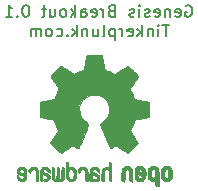
<source format=gbo>
G04 #@! TF.GenerationSoftware,KiCad,Pcbnew,(5.1.0)-1*
G04 #@! TF.CreationDate,2019-07-12T21:05:45-04:00*
G04 #@! TF.ProjectId,Genesis_SMS Breakout,47656e65-7369-4735-9f53-4d5320427265,rev?*
G04 #@! TF.SameCoordinates,Original*
G04 #@! TF.FileFunction,Legend,Bot*
G04 #@! TF.FilePolarity,Positive*
%FSLAX46Y46*%
G04 Gerber Fmt 4.6, Leading zero omitted, Abs format (unit mm)*
G04 Created by KiCad (PCBNEW (5.1.0)-1) date 2019-07-12 21:05:45*
%MOMM*%
%LPD*%
G04 APERTURE LIST*
%ADD10C,0.150000*%
%ADD11C,0.010000*%
G04 APERTURE END LIST*
D10*
X168333333Y-64975000D02*
X168428571Y-64927380D01*
X168571428Y-64927380D01*
X168714285Y-64975000D01*
X168809523Y-65070238D01*
X168857142Y-65165476D01*
X168904761Y-65355952D01*
X168904761Y-65498809D01*
X168857142Y-65689285D01*
X168809523Y-65784523D01*
X168714285Y-65879761D01*
X168571428Y-65927380D01*
X168476190Y-65927380D01*
X168333333Y-65879761D01*
X168285714Y-65832142D01*
X168285714Y-65498809D01*
X168476190Y-65498809D01*
X167476190Y-65879761D02*
X167571428Y-65927380D01*
X167761904Y-65927380D01*
X167857142Y-65879761D01*
X167904761Y-65784523D01*
X167904761Y-65403571D01*
X167857142Y-65308333D01*
X167761904Y-65260714D01*
X167571428Y-65260714D01*
X167476190Y-65308333D01*
X167428571Y-65403571D01*
X167428571Y-65498809D01*
X167904761Y-65594047D01*
X167000000Y-65260714D02*
X167000000Y-65927380D01*
X167000000Y-65355952D02*
X166952380Y-65308333D01*
X166857142Y-65260714D01*
X166714285Y-65260714D01*
X166619047Y-65308333D01*
X166571428Y-65403571D01*
X166571428Y-65927380D01*
X165714285Y-65879761D02*
X165809523Y-65927380D01*
X166000000Y-65927380D01*
X166095238Y-65879761D01*
X166142857Y-65784523D01*
X166142857Y-65403571D01*
X166095238Y-65308333D01*
X166000000Y-65260714D01*
X165809523Y-65260714D01*
X165714285Y-65308333D01*
X165666666Y-65403571D01*
X165666666Y-65498809D01*
X166142857Y-65594047D01*
X165285714Y-65879761D02*
X165190476Y-65927380D01*
X165000000Y-65927380D01*
X164904761Y-65879761D01*
X164857142Y-65784523D01*
X164857142Y-65736904D01*
X164904761Y-65641666D01*
X165000000Y-65594047D01*
X165142857Y-65594047D01*
X165238095Y-65546428D01*
X165285714Y-65451190D01*
X165285714Y-65403571D01*
X165238095Y-65308333D01*
X165142857Y-65260714D01*
X165000000Y-65260714D01*
X164904761Y-65308333D01*
X164428571Y-65927380D02*
X164428571Y-65260714D01*
X164428571Y-64927380D02*
X164476190Y-64975000D01*
X164428571Y-65022619D01*
X164380952Y-64975000D01*
X164428571Y-64927380D01*
X164428571Y-65022619D01*
X164000000Y-65879761D02*
X163904761Y-65927380D01*
X163714285Y-65927380D01*
X163619047Y-65879761D01*
X163571428Y-65784523D01*
X163571428Y-65736904D01*
X163619047Y-65641666D01*
X163714285Y-65594047D01*
X163857142Y-65594047D01*
X163952380Y-65546428D01*
X164000000Y-65451190D01*
X164000000Y-65403571D01*
X163952380Y-65308333D01*
X163857142Y-65260714D01*
X163714285Y-65260714D01*
X163619047Y-65308333D01*
X162047619Y-65403571D02*
X161904761Y-65451190D01*
X161857142Y-65498809D01*
X161809523Y-65594047D01*
X161809523Y-65736904D01*
X161857142Y-65832142D01*
X161904761Y-65879761D01*
X162000000Y-65927380D01*
X162380952Y-65927380D01*
X162380952Y-64927380D01*
X162047619Y-64927380D01*
X161952380Y-64975000D01*
X161904761Y-65022619D01*
X161857142Y-65117857D01*
X161857142Y-65213095D01*
X161904761Y-65308333D01*
X161952380Y-65355952D01*
X162047619Y-65403571D01*
X162380952Y-65403571D01*
X161380952Y-65927380D02*
X161380952Y-65260714D01*
X161380952Y-65451190D02*
X161333333Y-65355952D01*
X161285714Y-65308333D01*
X161190476Y-65260714D01*
X161095238Y-65260714D01*
X160380952Y-65879761D02*
X160476190Y-65927380D01*
X160666666Y-65927380D01*
X160761904Y-65879761D01*
X160809523Y-65784523D01*
X160809523Y-65403571D01*
X160761904Y-65308333D01*
X160666666Y-65260714D01*
X160476190Y-65260714D01*
X160380952Y-65308333D01*
X160333333Y-65403571D01*
X160333333Y-65498809D01*
X160809523Y-65594047D01*
X159476190Y-65927380D02*
X159476190Y-65403571D01*
X159523809Y-65308333D01*
X159619047Y-65260714D01*
X159809523Y-65260714D01*
X159904761Y-65308333D01*
X159476190Y-65879761D02*
X159571428Y-65927380D01*
X159809523Y-65927380D01*
X159904761Y-65879761D01*
X159952380Y-65784523D01*
X159952380Y-65689285D01*
X159904761Y-65594047D01*
X159809523Y-65546428D01*
X159571428Y-65546428D01*
X159476190Y-65498809D01*
X159000000Y-65927380D02*
X159000000Y-64927380D01*
X158904761Y-65546428D02*
X158619047Y-65927380D01*
X158619047Y-65260714D02*
X159000000Y-65641666D01*
X158047619Y-65927380D02*
X158142857Y-65879761D01*
X158190476Y-65832142D01*
X158238095Y-65736904D01*
X158238095Y-65451190D01*
X158190476Y-65355952D01*
X158142857Y-65308333D01*
X158047619Y-65260714D01*
X157904761Y-65260714D01*
X157809523Y-65308333D01*
X157761904Y-65355952D01*
X157714285Y-65451190D01*
X157714285Y-65736904D01*
X157761904Y-65832142D01*
X157809523Y-65879761D01*
X157904761Y-65927380D01*
X158047619Y-65927380D01*
X156857142Y-65260714D02*
X156857142Y-65927380D01*
X157285714Y-65260714D02*
X157285714Y-65784523D01*
X157238095Y-65879761D01*
X157142857Y-65927380D01*
X157000000Y-65927380D01*
X156904761Y-65879761D01*
X156857142Y-65832142D01*
X156523809Y-65260714D02*
X156142857Y-65260714D01*
X156380952Y-64927380D02*
X156380952Y-65784523D01*
X156333333Y-65879761D01*
X156238095Y-65927380D01*
X156142857Y-65927380D01*
X154857142Y-64927380D02*
X154761904Y-64927380D01*
X154666666Y-64975000D01*
X154619047Y-65022619D01*
X154571428Y-65117857D01*
X154523809Y-65308333D01*
X154523809Y-65546428D01*
X154571428Y-65736904D01*
X154619047Y-65832142D01*
X154666666Y-65879761D01*
X154761904Y-65927380D01*
X154857142Y-65927380D01*
X154952380Y-65879761D01*
X155000000Y-65832142D01*
X155047619Y-65736904D01*
X155095238Y-65546428D01*
X155095238Y-65308333D01*
X155047619Y-65117857D01*
X155000000Y-65022619D01*
X154952380Y-64975000D01*
X154857142Y-64927380D01*
X154095238Y-65832142D02*
X154047619Y-65879761D01*
X154095238Y-65927380D01*
X154142857Y-65879761D01*
X154095238Y-65832142D01*
X154095238Y-65927380D01*
X153095238Y-65927380D02*
X153666666Y-65927380D01*
X153380952Y-65927380D02*
X153380952Y-64927380D01*
X153476190Y-65070238D01*
X153571428Y-65165476D01*
X153666666Y-65213095D01*
X166928571Y-66577380D02*
X166357142Y-66577380D01*
X166642857Y-67577380D02*
X166642857Y-66577380D01*
X166023809Y-67577380D02*
X166023809Y-66910714D01*
X166023809Y-66577380D02*
X166071428Y-66625000D01*
X166023809Y-66672619D01*
X165976190Y-66625000D01*
X166023809Y-66577380D01*
X166023809Y-66672619D01*
X165547619Y-66910714D02*
X165547619Y-67577380D01*
X165547619Y-67005952D02*
X165500000Y-66958333D01*
X165404761Y-66910714D01*
X165261904Y-66910714D01*
X165166666Y-66958333D01*
X165119047Y-67053571D01*
X165119047Y-67577380D01*
X164642857Y-67577380D02*
X164642857Y-66577380D01*
X164547619Y-67196428D02*
X164261904Y-67577380D01*
X164261904Y-66910714D02*
X164642857Y-67291666D01*
X163452380Y-67529761D02*
X163547619Y-67577380D01*
X163738095Y-67577380D01*
X163833333Y-67529761D01*
X163880952Y-67434523D01*
X163880952Y-67053571D01*
X163833333Y-66958333D01*
X163738095Y-66910714D01*
X163547619Y-66910714D01*
X163452380Y-66958333D01*
X163404761Y-67053571D01*
X163404761Y-67148809D01*
X163880952Y-67244047D01*
X162976190Y-67577380D02*
X162976190Y-66910714D01*
X162976190Y-67101190D02*
X162928571Y-67005952D01*
X162880952Y-66958333D01*
X162785714Y-66910714D01*
X162690476Y-66910714D01*
X162357142Y-66910714D02*
X162357142Y-67910714D01*
X162357142Y-66958333D02*
X162261904Y-66910714D01*
X162071428Y-66910714D01*
X161976190Y-66958333D01*
X161928571Y-67005952D01*
X161880952Y-67101190D01*
X161880952Y-67386904D01*
X161928571Y-67482142D01*
X161976190Y-67529761D01*
X162071428Y-67577380D01*
X162261904Y-67577380D01*
X162357142Y-67529761D01*
X161309523Y-67577380D02*
X161404761Y-67529761D01*
X161452380Y-67434523D01*
X161452380Y-66577380D01*
X160500000Y-66910714D02*
X160500000Y-67577380D01*
X160928571Y-66910714D02*
X160928571Y-67434523D01*
X160880952Y-67529761D01*
X160785714Y-67577380D01*
X160642857Y-67577380D01*
X160547619Y-67529761D01*
X160500000Y-67482142D01*
X160023809Y-66910714D02*
X160023809Y-67577380D01*
X160023809Y-67005952D02*
X159976190Y-66958333D01*
X159880952Y-66910714D01*
X159738095Y-66910714D01*
X159642857Y-66958333D01*
X159595238Y-67053571D01*
X159595238Y-67577380D01*
X159119047Y-67577380D02*
X159119047Y-66577380D01*
X159023809Y-67196428D02*
X158738095Y-67577380D01*
X158738095Y-66910714D02*
X159119047Y-67291666D01*
X158309523Y-67482142D02*
X158261904Y-67529761D01*
X158309523Y-67577380D01*
X158357142Y-67529761D01*
X158309523Y-67482142D01*
X158309523Y-67577380D01*
X157404761Y-67529761D02*
X157500000Y-67577380D01*
X157690476Y-67577380D01*
X157785714Y-67529761D01*
X157833333Y-67482142D01*
X157880952Y-67386904D01*
X157880952Y-67101190D01*
X157833333Y-67005952D01*
X157785714Y-66958333D01*
X157690476Y-66910714D01*
X157500000Y-66910714D01*
X157404761Y-66958333D01*
X156833333Y-67577380D02*
X156928571Y-67529761D01*
X156976190Y-67482142D01*
X157023809Y-67386904D01*
X157023809Y-67101190D01*
X156976190Y-67005952D01*
X156928571Y-66958333D01*
X156833333Y-66910714D01*
X156690476Y-66910714D01*
X156595238Y-66958333D01*
X156547619Y-67005952D01*
X156500000Y-67101190D01*
X156500000Y-67386904D01*
X156547619Y-67482142D01*
X156595238Y-67529761D01*
X156690476Y-67577380D01*
X156833333Y-67577380D01*
X156071428Y-67577380D02*
X156071428Y-66910714D01*
X156071428Y-67005952D02*
X156023809Y-66958333D01*
X155928571Y-66910714D01*
X155785714Y-66910714D01*
X155690476Y-66958333D01*
X155642857Y-67053571D01*
X155642857Y-67577380D01*
X155642857Y-67053571D02*
X155595238Y-66958333D01*
X155500000Y-66910714D01*
X155357142Y-66910714D01*
X155261904Y-66958333D01*
X155214285Y-67053571D01*
X155214285Y-67577380D01*
D11*
G36*
X160390986Y-69152998D02*
G01*
X160232994Y-69153863D01*
X160118653Y-69156205D01*
X160040593Y-69160762D01*
X159991446Y-69168270D01*
X159963841Y-69179466D01*
X159950408Y-69195088D01*
X159943779Y-69215873D01*
X159943135Y-69218563D01*
X159933065Y-69267113D01*
X159914425Y-69362905D01*
X159889155Y-69495743D01*
X159859193Y-69655431D01*
X159826478Y-69831774D01*
X159825336Y-69837967D01*
X159792567Y-70010782D01*
X159761907Y-70163469D01*
X159735336Y-70286871D01*
X159714833Y-70371831D01*
X159702374Y-70409190D01*
X159701780Y-70409852D01*
X159665081Y-70428095D01*
X159589414Y-70458497D01*
X159491122Y-70494493D01*
X159490575Y-70494685D01*
X159366767Y-70541222D01*
X159220804Y-70600504D01*
X159083219Y-70660109D01*
X159076707Y-70663056D01*
X158852610Y-70764765D01*
X158356381Y-70425897D01*
X158204154Y-70322592D01*
X158066259Y-70230237D01*
X157950685Y-70154084D01*
X157865421Y-70099385D01*
X157818456Y-70071393D01*
X157813996Y-70069317D01*
X157779866Y-70078560D01*
X157716119Y-70123156D01*
X157620269Y-70205209D01*
X157489831Y-70326821D01*
X157356672Y-70456205D01*
X157228306Y-70583702D01*
X157113419Y-70700046D01*
X157018927Y-70798052D01*
X156951747Y-70870536D01*
X156918794Y-70910313D01*
X156917568Y-70912361D01*
X156913926Y-70939656D01*
X156927650Y-70984234D01*
X156962131Y-71052112D01*
X157020761Y-71149311D01*
X157106930Y-71281851D01*
X157221800Y-71452476D01*
X157323746Y-71602655D01*
X157414877Y-71737350D01*
X157489927Y-71848740D01*
X157543631Y-71929005D01*
X157570720Y-71970325D01*
X157572426Y-71973130D01*
X157569118Y-72012721D01*
X157544047Y-72089669D01*
X157502202Y-72189432D01*
X157487288Y-72221291D01*
X157422214Y-72363226D01*
X157352788Y-72524273D01*
X157296391Y-72663621D01*
X157255753Y-72767044D01*
X157223474Y-72845642D01*
X157204822Y-72886720D01*
X157202503Y-72889885D01*
X157168197Y-72895128D01*
X157087331Y-72909494D01*
X156970657Y-72930937D01*
X156828925Y-72957413D01*
X156672890Y-72986877D01*
X156513302Y-73017283D01*
X156360915Y-73046588D01*
X156226479Y-73072745D01*
X156120748Y-73093710D01*
X156054474Y-73107439D01*
X156038218Y-73111320D01*
X156021427Y-73120900D01*
X156008751Y-73142536D01*
X155999622Y-73183531D01*
X155993469Y-73251189D01*
X155989720Y-73352812D01*
X155987808Y-73495703D01*
X155987160Y-73687165D01*
X155987126Y-73765645D01*
X155987126Y-74403906D01*
X156140402Y-74434160D01*
X156225678Y-74450564D01*
X156352930Y-74474509D01*
X156506685Y-74503107D01*
X156671466Y-74533467D01*
X156717011Y-74541806D01*
X156869068Y-74571370D01*
X157001532Y-74600442D01*
X157103286Y-74626329D01*
X157163212Y-74646337D01*
X157173195Y-74652301D01*
X157197707Y-74694534D01*
X157232852Y-74776370D01*
X157271827Y-74881683D01*
X157279558Y-74904368D01*
X157330640Y-75045018D01*
X157394046Y-75203714D01*
X157456096Y-75346225D01*
X157456402Y-75346886D01*
X157559733Y-75570440D01*
X156880039Y-76570232D01*
X157316379Y-77007300D01*
X157448351Y-77137381D01*
X157568721Y-77252048D01*
X157670727Y-77345181D01*
X157747609Y-77410658D01*
X157792607Y-77442357D01*
X157799062Y-77444368D01*
X157836960Y-77428529D01*
X157914292Y-77384496D01*
X158022611Y-77317490D01*
X158153468Y-77232734D01*
X158294948Y-77137816D01*
X158438539Y-77040998D01*
X158566565Y-76956751D01*
X158670895Y-76890258D01*
X158743400Y-76846702D01*
X158775842Y-76831264D01*
X158815424Y-76844328D01*
X158890481Y-76878750D01*
X158985532Y-76927380D01*
X158995608Y-76932785D01*
X159123609Y-76996980D01*
X159211382Y-77028463D01*
X159265972Y-77028798D01*
X159294425Y-76999548D01*
X159294590Y-76999138D01*
X159308812Y-76964498D01*
X159342731Y-76882269D01*
X159393716Y-76758814D01*
X159459138Y-76600498D01*
X159536366Y-76413686D01*
X159622771Y-76204742D01*
X159706449Y-76002446D01*
X159798412Y-75779200D01*
X159882850Y-75572392D01*
X159957231Y-75388362D01*
X160019026Y-75233451D01*
X160065703Y-75113996D01*
X160094732Y-75036339D01*
X160103678Y-75007356D01*
X160081244Y-74974110D01*
X160022561Y-74921123D01*
X159944311Y-74862704D01*
X159721466Y-74677952D01*
X159547282Y-74466182D01*
X159423846Y-74231856D01*
X159353246Y-73979434D01*
X159337569Y-73713377D01*
X159348964Y-73590575D01*
X159411050Y-73335793D01*
X159517977Y-73110801D01*
X159663111Y-72917817D01*
X159839822Y-72759061D01*
X160041478Y-72636750D01*
X160261446Y-72553105D01*
X160493094Y-72510344D01*
X160729791Y-72510687D01*
X160964905Y-72556352D01*
X161191804Y-72649559D01*
X161403856Y-72792527D01*
X161492364Y-72873383D01*
X161662111Y-73081007D01*
X161780301Y-73307895D01*
X161847722Y-73547433D01*
X161865160Y-73793007D01*
X161833402Y-74038003D01*
X161753235Y-74275808D01*
X161625445Y-74499807D01*
X161450820Y-74703387D01*
X161255688Y-74862704D01*
X161174409Y-74923602D01*
X161116991Y-74976015D01*
X161096322Y-75007406D01*
X161107144Y-75041639D01*
X161137923Y-75123419D01*
X161186126Y-75246407D01*
X161249222Y-75404263D01*
X161324678Y-75590649D01*
X161409962Y-75799226D01*
X161493781Y-76002496D01*
X161586255Y-76225933D01*
X161671911Y-76432984D01*
X161748118Y-76617286D01*
X161812247Y-76772475D01*
X161861668Y-76892188D01*
X161893752Y-76970061D01*
X161905641Y-76999138D01*
X161933726Y-77028677D01*
X161988051Y-77028591D01*
X162075605Y-76997326D01*
X162203381Y-76933329D01*
X162204392Y-76932785D01*
X162300598Y-76883121D01*
X162378369Y-76846945D01*
X162422223Y-76831408D01*
X162424158Y-76831264D01*
X162457171Y-76847024D01*
X162530054Y-76890850D01*
X162634678Y-76957557D01*
X162762910Y-77041964D01*
X162905052Y-77137816D01*
X163049767Y-77234867D01*
X163180196Y-77319270D01*
X163287890Y-77385801D01*
X163364402Y-77429238D01*
X163400938Y-77444368D01*
X163434582Y-77424482D01*
X163502224Y-77368903D01*
X163597107Y-77283754D01*
X163712470Y-77175153D01*
X163841555Y-77049221D01*
X163883771Y-77007149D01*
X164320261Y-76569931D01*
X163988023Y-76082340D01*
X163887054Y-75932605D01*
X163798438Y-75798220D01*
X163727146Y-75686969D01*
X163678150Y-75606639D01*
X163656422Y-75565014D01*
X163655785Y-75562053D01*
X163667240Y-75522818D01*
X163698051Y-75443895D01*
X163742884Y-75338509D01*
X163774353Y-75267954D01*
X163833192Y-75132876D01*
X163888604Y-74996409D01*
X163931564Y-74881103D01*
X163943234Y-74845977D01*
X163976389Y-74752174D01*
X164008799Y-74679694D01*
X164026601Y-74652301D01*
X164065886Y-74635536D01*
X164151626Y-74611770D01*
X164272697Y-74583697D01*
X164417973Y-74554009D01*
X164482988Y-74541806D01*
X164648087Y-74511468D01*
X164806448Y-74482093D01*
X164942596Y-74456569D01*
X165041057Y-74437785D01*
X165059598Y-74434160D01*
X165212873Y-74403906D01*
X165212873Y-73765645D01*
X165212529Y-73555770D01*
X165211116Y-73396980D01*
X165208064Y-73281973D01*
X165202803Y-73203446D01*
X165194763Y-73154096D01*
X165183373Y-73126619D01*
X165168063Y-73113713D01*
X165161782Y-73111320D01*
X165123896Y-73102833D01*
X165040195Y-73085900D01*
X164921433Y-73062566D01*
X164778361Y-73034875D01*
X164621732Y-73004873D01*
X164462297Y-72974604D01*
X164310809Y-72946115D01*
X164178019Y-72921449D01*
X164074681Y-72902651D01*
X164011545Y-72891767D01*
X163997497Y-72889885D01*
X163984770Y-72864704D01*
X163956600Y-72797622D01*
X163918252Y-72701333D01*
X163903609Y-72663621D01*
X163844548Y-72517921D01*
X163775000Y-72356951D01*
X163712712Y-72221291D01*
X163666879Y-72117561D01*
X163636387Y-72032326D01*
X163626208Y-71980126D01*
X163627831Y-71973130D01*
X163649343Y-71940102D01*
X163698465Y-71866643D01*
X163769923Y-71760577D01*
X163858445Y-71629726D01*
X163958759Y-71481912D01*
X163978594Y-71452734D01*
X164094988Y-71279863D01*
X164180548Y-71148226D01*
X164238684Y-71051761D01*
X164272808Y-70984408D01*
X164286331Y-70940106D01*
X164282664Y-70912794D01*
X164282570Y-70912620D01*
X164253707Y-70876746D01*
X164189867Y-70807391D01*
X164097969Y-70711745D01*
X163984933Y-70596999D01*
X163857679Y-70470341D01*
X163843328Y-70456205D01*
X163682957Y-70300903D01*
X163559195Y-70186870D01*
X163469555Y-70112002D01*
X163411552Y-70074196D01*
X163386004Y-70069317D01*
X163348718Y-70090603D01*
X163271343Y-70139773D01*
X163161867Y-70211575D01*
X163028280Y-70300755D01*
X162878570Y-70402063D01*
X162843618Y-70425897D01*
X162347390Y-70764765D01*
X162123293Y-70663056D01*
X161987011Y-70603783D01*
X161840724Y-70544170D01*
X161714965Y-70496640D01*
X161709425Y-70494685D01*
X161611057Y-70458677D01*
X161535229Y-70428229D01*
X161498282Y-70409905D01*
X161498220Y-70409852D01*
X161486496Y-70376729D01*
X161466568Y-70295267D01*
X161440413Y-70174625D01*
X161410010Y-70023959D01*
X161377337Y-69852428D01*
X161374664Y-69837967D01*
X161341890Y-69661235D01*
X161311802Y-69500810D01*
X161286339Y-69366888D01*
X161267441Y-69269663D01*
X161257047Y-69219332D01*
X161256865Y-69218563D01*
X161250539Y-69197153D01*
X161238239Y-69180988D01*
X161212594Y-69169331D01*
X161166235Y-69161445D01*
X161091792Y-69156593D01*
X160981895Y-69154039D01*
X160829175Y-69153045D01*
X160626262Y-69152874D01*
X160600000Y-69152874D01*
X160390986Y-69152998D01*
X160390986Y-69152998D01*
G37*
X160390986Y-69152998D02*
X160232994Y-69153863D01*
X160118653Y-69156205D01*
X160040593Y-69160762D01*
X159991446Y-69168270D01*
X159963841Y-69179466D01*
X159950408Y-69195088D01*
X159943779Y-69215873D01*
X159943135Y-69218563D01*
X159933065Y-69267113D01*
X159914425Y-69362905D01*
X159889155Y-69495743D01*
X159859193Y-69655431D01*
X159826478Y-69831774D01*
X159825336Y-69837967D01*
X159792567Y-70010782D01*
X159761907Y-70163469D01*
X159735336Y-70286871D01*
X159714833Y-70371831D01*
X159702374Y-70409190D01*
X159701780Y-70409852D01*
X159665081Y-70428095D01*
X159589414Y-70458497D01*
X159491122Y-70494493D01*
X159490575Y-70494685D01*
X159366767Y-70541222D01*
X159220804Y-70600504D01*
X159083219Y-70660109D01*
X159076707Y-70663056D01*
X158852610Y-70764765D01*
X158356381Y-70425897D01*
X158204154Y-70322592D01*
X158066259Y-70230237D01*
X157950685Y-70154084D01*
X157865421Y-70099385D01*
X157818456Y-70071393D01*
X157813996Y-70069317D01*
X157779866Y-70078560D01*
X157716119Y-70123156D01*
X157620269Y-70205209D01*
X157489831Y-70326821D01*
X157356672Y-70456205D01*
X157228306Y-70583702D01*
X157113419Y-70700046D01*
X157018927Y-70798052D01*
X156951747Y-70870536D01*
X156918794Y-70910313D01*
X156917568Y-70912361D01*
X156913926Y-70939656D01*
X156927650Y-70984234D01*
X156962131Y-71052112D01*
X157020761Y-71149311D01*
X157106930Y-71281851D01*
X157221800Y-71452476D01*
X157323746Y-71602655D01*
X157414877Y-71737350D01*
X157489927Y-71848740D01*
X157543631Y-71929005D01*
X157570720Y-71970325D01*
X157572426Y-71973130D01*
X157569118Y-72012721D01*
X157544047Y-72089669D01*
X157502202Y-72189432D01*
X157487288Y-72221291D01*
X157422214Y-72363226D01*
X157352788Y-72524273D01*
X157296391Y-72663621D01*
X157255753Y-72767044D01*
X157223474Y-72845642D01*
X157204822Y-72886720D01*
X157202503Y-72889885D01*
X157168197Y-72895128D01*
X157087331Y-72909494D01*
X156970657Y-72930937D01*
X156828925Y-72957413D01*
X156672890Y-72986877D01*
X156513302Y-73017283D01*
X156360915Y-73046588D01*
X156226479Y-73072745D01*
X156120748Y-73093710D01*
X156054474Y-73107439D01*
X156038218Y-73111320D01*
X156021427Y-73120900D01*
X156008751Y-73142536D01*
X155999622Y-73183531D01*
X155993469Y-73251189D01*
X155989720Y-73352812D01*
X155987808Y-73495703D01*
X155987160Y-73687165D01*
X155987126Y-73765645D01*
X155987126Y-74403906D01*
X156140402Y-74434160D01*
X156225678Y-74450564D01*
X156352930Y-74474509D01*
X156506685Y-74503107D01*
X156671466Y-74533467D01*
X156717011Y-74541806D01*
X156869068Y-74571370D01*
X157001532Y-74600442D01*
X157103286Y-74626329D01*
X157163212Y-74646337D01*
X157173195Y-74652301D01*
X157197707Y-74694534D01*
X157232852Y-74776370D01*
X157271827Y-74881683D01*
X157279558Y-74904368D01*
X157330640Y-75045018D01*
X157394046Y-75203714D01*
X157456096Y-75346225D01*
X157456402Y-75346886D01*
X157559733Y-75570440D01*
X156880039Y-76570232D01*
X157316379Y-77007300D01*
X157448351Y-77137381D01*
X157568721Y-77252048D01*
X157670727Y-77345181D01*
X157747609Y-77410658D01*
X157792607Y-77442357D01*
X157799062Y-77444368D01*
X157836960Y-77428529D01*
X157914292Y-77384496D01*
X158022611Y-77317490D01*
X158153468Y-77232734D01*
X158294948Y-77137816D01*
X158438539Y-77040998D01*
X158566565Y-76956751D01*
X158670895Y-76890258D01*
X158743400Y-76846702D01*
X158775842Y-76831264D01*
X158815424Y-76844328D01*
X158890481Y-76878750D01*
X158985532Y-76927380D01*
X158995608Y-76932785D01*
X159123609Y-76996980D01*
X159211382Y-77028463D01*
X159265972Y-77028798D01*
X159294425Y-76999548D01*
X159294590Y-76999138D01*
X159308812Y-76964498D01*
X159342731Y-76882269D01*
X159393716Y-76758814D01*
X159459138Y-76600498D01*
X159536366Y-76413686D01*
X159622771Y-76204742D01*
X159706449Y-76002446D01*
X159798412Y-75779200D01*
X159882850Y-75572392D01*
X159957231Y-75388362D01*
X160019026Y-75233451D01*
X160065703Y-75113996D01*
X160094732Y-75036339D01*
X160103678Y-75007356D01*
X160081244Y-74974110D01*
X160022561Y-74921123D01*
X159944311Y-74862704D01*
X159721466Y-74677952D01*
X159547282Y-74466182D01*
X159423846Y-74231856D01*
X159353246Y-73979434D01*
X159337569Y-73713377D01*
X159348964Y-73590575D01*
X159411050Y-73335793D01*
X159517977Y-73110801D01*
X159663111Y-72917817D01*
X159839822Y-72759061D01*
X160041478Y-72636750D01*
X160261446Y-72553105D01*
X160493094Y-72510344D01*
X160729791Y-72510687D01*
X160964905Y-72556352D01*
X161191804Y-72649559D01*
X161403856Y-72792527D01*
X161492364Y-72873383D01*
X161662111Y-73081007D01*
X161780301Y-73307895D01*
X161847722Y-73547433D01*
X161865160Y-73793007D01*
X161833402Y-74038003D01*
X161753235Y-74275808D01*
X161625445Y-74499807D01*
X161450820Y-74703387D01*
X161255688Y-74862704D01*
X161174409Y-74923602D01*
X161116991Y-74976015D01*
X161096322Y-75007406D01*
X161107144Y-75041639D01*
X161137923Y-75123419D01*
X161186126Y-75246407D01*
X161249222Y-75404263D01*
X161324678Y-75590649D01*
X161409962Y-75799226D01*
X161493781Y-76002496D01*
X161586255Y-76225933D01*
X161671911Y-76432984D01*
X161748118Y-76617286D01*
X161812247Y-76772475D01*
X161861668Y-76892188D01*
X161893752Y-76970061D01*
X161905641Y-76999138D01*
X161933726Y-77028677D01*
X161988051Y-77028591D01*
X162075605Y-76997326D01*
X162203381Y-76933329D01*
X162204392Y-76932785D01*
X162300598Y-76883121D01*
X162378369Y-76846945D01*
X162422223Y-76831408D01*
X162424158Y-76831264D01*
X162457171Y-76847024D01*
X162530054Y-76890850D01*
X162634678Y-76957557D01*
X162762910Y-77041964D01*
X162905052Y-77137816D01*
X163049767Y-77234867D01*
X163180196Y-77319270D01*
X163287890Y-77385801D01*
X163364402Y-77429238D01*
X163400938Y-77444368D01*
X163434582Y-77424482D01*
X163502224Y-77368903D01*
X163597107Y-77283754D01*
X163712470Y-77175153D01*
X163841555Y-77049221D01*
X163883771Y-77007149D01*
X164320261Y-76569931D01*
X163988023Y-76082340D01*
X163887054Y-75932605D01*
X163798438Y-75798220D01*
X163727146Y-75686969D01*
X163678150Y-75606639D01*
X163656422Y-75565014D01*
X163655785Y-75562053D01*
X163667240Y-75522818D01*
X163698051Y-75443895D01*
X163742884Y-75338509D01*
X163774353Y-75267954D01*
X163833192Y-75132876D01*
X163888604Y-74996409D01*
X163931564Y-74881103D01*
X163943234Y-74845977D01*
X163976389Y-74752174D01*
X164008799Y-74679694D01*
X164026601Y-74652301D01*
X164065886Y-74635536D01*
X164151626Y-74611770D01*
X164272697Y-74583697D01*
X164417973Y-74554009D01*
X164482988Y-74541806D01*
X164648087Y-74511468D01*
X164806448Y-74482093D01*
X164942596Y-74456569D01*
X165041057Y-74437785D01*
X165059598Y-74434160D01*
X165212873Y-74403906D01*
X165212873Y-73765645D01*
X165212529Y-73555770D01*
X165211116Y-73396980D01*
X165208064Y-73281973D01*
X165202803Y-73203446D01*
X165194763Y-73154096D01*
X165183373Y-73126619D01*
X165168063Y-73113713D01*
X165161782Y-73111320D01*
X165123896Y-73102833D01*
X165040195Y-73085900D01*
X164921433Y-73062566D01*
X164778361Y-73034875D01*
X164621732Y-73004873D01*
X164462297Y-72974604D01*
X164310809Y-72946115D01*
X164178019Y-72921449D01*
X164074681Y-72902651D01*
X164011545Y-72891767D01*
X163997497Y-72889885D01*
X163984770Y-72864704D01*
X163956600Y-72797622D01*
X163918252Y-72701333D01*
X163903609Y-72663621D01*
X163844548Y-72517921D01*
X163775000Y-72356951D01*
X163712712Y-72221291D01*
X163666879Y-72117561D01*
X163636387Y-72032326D01*
X163626208Y-71980126D01*
X163627831Y-71973130D01*
X163649343Y-71940102D01*
X163698465Y-71866643D01*
X163769923Y-71760577D01*
X163858445Y-71629726D01*
X163958759Y-71481912D01*
X163978594Y-71452734D01*
X164094988Y-71279863D01*
X164180548Y-71148226D01*
X164238684Y-71051761D01*
X164272808Y-70984408D01*
X164286331Y-70940106D01*
X164282664Y-70912794D01*
X164282570Y-70912620D01*
X164253707Y-70876746D01*
X164189867Y-70807391D01*
X164097969Y-70711745D01*
X163984933Y-70596999D01*
X163857679Y-70470341D01*
X163843328Y-70456205D01*
X163682957Y-70300903D01*
X163559195Y-70186870D01*
X163469555Y-70112002D01*
X163411552Y-70074196D01*
X163386004Y-70069317D01*
X163348718Y-70090603D01*
X163271343Y-70139773D01*
X163161867Y-70211575D01*
X163028280Y-70300755D01*
X162878570Y-70402063D01*
X162843618Y-70425897D01*
X162347390Y-70764765D01*
X162123293Y-70663056D01*
X161987011Y-70603783D01*
X161840724Y-70544170D01*
X161714965Y-70496640D01*
X161709425Y-70494685D01*
X161611057Y-70458677D01*
X161535229Y-70428229D01*
X161498282Y-70409905D01*
X161498220Y-70409852D01*
X161486496Y-70376729D01*
X161466568Y-70295267D01*
X161440413Y-70174625D01*
X161410010Y-70023959D01*
X161377337Y-69852428D01*
X161374664Y-69837967D01*
X161341890Y-69661235D01*
X161311802Y-69500810D01*
X161286339Y-69366888D01*
X161267441Y-69269663D01*
X161257047Y-69219332D01*
X161256865Y-69218563D01*
X161250539Y-69197153D01*
X161238239Y-69180988D01*
X161212594Y-69169331D01*
X161166235Y-69161445D01*
X161091792Y-69156593D01*
X160981895Y-69154039D01*
X160829175Y-69153045D01*
X160626262Y-69152874D01*
X160600000Y-69152874D01*
X160390986Y-69152998D01*
G36*
X154256561Y-78656540D02*
G01*
X154141050Y-78732034D01*
X154085336Y-78799617D01*
X154041196Y-78922255D01*
X154037691Y-79019298D01*
X154045632Y-79149056D01*
X154344885Y-79280039D01*
X154490389Y-79346958D01*
X154585463Y-79400790D01*
X154634899Y-79447416D01*
X154643489Y-79492720D01*
X154616028Y-79542582D01*
X154585747Y-79575632D01*
X154497637Y-79628633D01*
X154401804Y-79632347D01*
X154313788Y-79591041D01*
X154249131Y-79508983D01*
X154237567Y-79480008D01*
X154182175Y-79389509D01*
X154118447Y-79350940D01*
X154031034Y-79317946D01*
X154031034Y-79443034D01*
X154038762Y-79528156D01*
X154069034Y-79599938D01*
X154132482Y-79682356D01*
X154141912Y-79693066D01*
X154212487Y-79766391D01*
X154273153Y-79805742D01*
X154349050Y-79823845D01*
X154411970Y-79829774D01*
X154524513Y-79831251D01*
X154604630Y-79812535D01*
X154654610Y-79784747D01*
X154733162Y-79723641D01*
X154787537Y-79657554D01*
X154821948Y-79574441D01*
X154840612Y-79462254D01*
X154847744Y-79308946D01*
X154848313Y-79231136D01*
X154846378Y-79137853D01*
X154670101Y-79137853D01*
X154668056Y-79187896D01*
X154662961Y-79196092D01*
X154629334Y-79184958D01*
X154556970Y-79155493D01*
X154460253Y-79113601D01*
X154440027Y-79104597D01*
X154317797Y-79042442D01*
X154250453Y-78987815D01*
X154235652Y-78936649D01*
X154271053Y-78884876D01*
X154300289Y-78862000D01*
X154405784Y-78816250D01*
X154504524Y-78823808D01*
X154587188Y-78879651D01*
X154644452Y-78978753D01*
X154662812Y-79057414D01*
X154670101Y-79137853D01*
X154846378Y-79137853D01*
X154844541Y-79049351D01*
X154830641Y-78914853D01*
X154803106Y-78816916D01*
X154758428Y-78744811D01*
X154693099Y-78687813D01*
X154664617Y-78669393D01*
X154535237Y-78621422D01*
X154393588Y-78618403D01*
X154256561Y-78656540D01*
X154256561Y-78656540D01*
G37*
X154256561Y-78656540D02*
X154141050Y-78732034D01*
X154085336Y-78799617D01*
X154041196Y-78922255D01*
X154037691Y-79019298D01*
X154045632Y-79149056D01*
X154344885Y-79280039D01*
X154490389Y-79346958D01*
X154585463Y-79400790D01*
X154634899Y-79447416D01*
X154643489Y-79492720D01*
X154616028Y-79542582D01*
X154585747Y-79575632D01*
X154497637Y-79628633D01*
X154401804Y-79632347D01*
X154313788Y-79591041D01*
X154249131Y-79508983D01*
X154237567Y-79480008D01*
X154182175Y-79389509D01*
X154118447Y-79350940D01*
X154031034Y-79317946D01*
X154031034Y-79443034D01*
X154038762Y-79528156D01*
X154069034Y-79599938D01*
X154132482Y-79682356D01*
X154141912Y-79693066D01*
X154212487Y-79766391D01*
X154273153Y-79805742D01*
X154349050Y-79823845D01*
X154411970Y-79829774D01*
X154524513Y-79831251D01*
X154604630Y-79812535D01*
X154654610Y-79784747D01*
X154733162Y-79723641D01*
X154787537Y-79657554D01*
X154821948Y-79574441D01*
X154840612Y-79462254D01*
X154847744Y-79308946D01*
X154848313Y-79231136D01*
X154846378Y-79137853D01*
X154670101Y-79137853D01*
X154668056Y-79187896D01*
X154662961Y-79196092D01*
X154629334Y-79184958D01*
X154556970Y-79155493D01*
X154460253Y-79113601D01*
X154440027Y-79104597D01*
X154317797Y-79042442D01*
X154250453Y-78987815D01*
X154235652Y-78936649D01*
X154271053Y-78884876D01*
X154300289Y-78862000D01*
X154405784Y-78816250D01*
X154504524Y-78823808D01*
X154587188Y-78879651D01*
X154644452Y-78978753D01*
X154662812Y-79057414D01*
X154670101Y-79137853D01*
X154846378Y-79137853D01*
X154844541Y-79049351D01*
X154830641Y-78914853D01*
X154803106Y-78816916D01*
X154758428Y-78744811D01*
X154693099Y-78687813D01*
X154664617Y-78669393D01*
X154535237Y-78621422D01*
X154393588Y-78618403D01*
X154256561Y-78656540D01*
G36*
X155264310Y-78640018D02*
G01*
X155229415Y-78655269D01*
X155146123Y-78721235D01*
X155074897Y-78816618D01*
X155030847Y-78918406D01*
X155023678Y-78968587D01*
X155047715Y-79038647D01*
X155100439Y-79075717D01*
X155156969Y-79098164D01*
X155182854Y-79102300D01*
X155195458Y-79072283D01*
X155220346Y-79006961D01*
X155231265Y-78977445D01*
X155292492Y-78875348D01*
X155381139Y-78824423D01*
X155494807Y-78825989D01*
X155503226Y-78827994D01*
X155563912Y-78856767D01*
X155608526Y-78912859D01*
X155638998Y-79003163D01*
X155657256Y-79134571D01*
X155665229Y-79313974D01*
X155665977Y-79409433D01*
X155666348Y-79559913D01*
X155668777Y-79662495D01*
X155675240Y-79727672D01*
X155687712Y-79765938D01*
X155708167Y-79787785D01*
X155738581Y-79803707D01*
X155740339Y-79804509D01*
X155798909Y-79829272D01*
X155827925Y-79838391D01*
X155832384Y-79810822D01*
X155836201Y-79734620D01*
X155839101Y-79619541D01*
X155840809Y-79475341D01*
X155841149Y-79369814D01*
X155839412Y-79165613D01*
X155832618Y-79010697D01*
X155818393Y-78896024D01*
X155794362Y-78812551D01*
X155758152Y-78751236D01*
X155707388Y-78703034D01*
X155657261Y-78669393D01*
X155536725Y-78624619D01*
X155396443Y-78614521D01*
X155264310Y-78640018D01*
X155264310Y-78640018D01*
G37*
X155264310Y-78640018D02*
X155229415Y-78655269D01*
X155146123Y-78721235D01*
X155074897Y-78816618D01*
X155030847Y-78918406D01*
X155023678Y-78968587D01*
X155047715Y-79038647D01*
X155100439Y-79075717D01*
X155156969Y-79098164D01*
X155182854Y-79102300D01*
X155195458Y-79072283D01*
X155220346Y-79006961D01*
X155231265Y-78977445D01*
X155292492Y-78875348D01*
X155381139Y-78824423D01*
X155494807Y-78825989D01*
X155503226Y-78827994D01*
X155563912Y-78856767D01*
X155608526Y-78912859D01*
X155638998Y-79003163D01*
X155657256Y-79134571D01*
X155665229Y-79313974D01*
X155665977Y-79409433D01*
X155666348Y-79559913D01*
X155668777Y-79662495D01*
X155675240Y-79727672D01*
X155687712Y-79765938D01*
X155708167Y-79787785D01*
X155738581Y-79803707D01*
X155740339Y-79804509D01*
X155798909Y-79829272D01*
X155827925Y-79838391D01*
X155832384Y-79810822D01*
X155836201Y-79734620D01*
X155839101Y-79619541D01*
X155840809Y-79475341D01*
X155841149Y-79369814D01*
X155839412Y-79165613D01*
X155832618Y-79010697D01*
X155818393Y-78896024D01*
X155794362Y-78812551D01*
X155758152Y-78751236D01*
X155707388Y-78703034D01*
X155657261Y-78669393D01*
X155536725Y-78624619D01*
X155396443Y-78614521D01*
X155264310Y-78640018D01*
G36*
X156285594Y-78635156D02*
G01*
X156201531Y-78673393D01*
X156135550Y-78719726D01*
X156087206Y-78771532D01*
X156053828Y-78838363D01*
X156032747Y-78929769D01*
X156021293Y-79055301D01*
X156016797Y-79224508D01*
X156016322Y-79335933D01*
X156016322Y-79770627D01*
X156090684Y-79804509D01*
X156149254Y-79829272D01*
X156178270Y-79838391D01*
X156183821Y-79811257D01*
X156188225Y-79738094D01*
X156190922Y-79631263D01*
X156191494Y-79546437D01*
X156193954Y-79423887D01*
X156200588Y-79326668D01*
X156210274Y-79267134D01*
X156217968Y-79254483D01*
X156269689Y-79267402D01*
X156350883Y-79300539D01*
X156444898Y-79345461D01*
X156535083Y-79393735D01*
X156604785Y-79436928D01*
X156637352Y-79466608D01*
X156637481Y-79466929D01*
X156634680Y-79521857D01*
X156609561Y-79574292D01*
X156565459Y-79616881D01*
X156501091Y-79631126D01*
X156446079Y-79629466D01*
X156368165Y-79628245D01*
X156327268Y-79646498D01*
X156302705Y-79694726D01*
X156299608Y-79703820D01*
X156288960Y-79772598D01*
X156317435Y-79814360D01*
X156391656Y-79834263D01*
X156471832Y-79837944D01*
X156616110Y-79810658D01*
X156690797Y-79771690D01*
X156783037Y-79680148D01*
X156831957Y-79567782D01*
X156836346Y-79449051D01*
X156794999Y-79338411D01*
X156732803Y-79269080D01*
X156670706Y-79230265D01*
X156573105Y-79181125D01*
X156459368Y-79131292D01*
X156440410Y-79123677D01*
X156315479Y-79068545D01*
X156243461Y-79019954D01*
X156220300Y-78971647D01*
X156241936Y-78917370D01*
X156279080Y-78874943D01*
X156366873Y-78822702D01*
X156463470Y-78818784D01*
X156552056Y-78859041D01*
X156615814Y-78939326D01*
X156624183Y-78960040D01*
X156672904Y-79036225D01*
X156744035Y-79092785D01*
X156833793Y-79139201D01*
X156833793Y-79007584D01*
X156828510Y-78927168D01*
X156805858Y-78863786D01*
X156755633Y-78796163D01*
X156707418Y-78744076D01*
X156632446Y-78670322D01*
X156574194Y-78630702D01*
X156511628Y-78614810D01*
X156440807Y-78612184D01*
X156285594Y-78635156D01*
X156285594Y-78635156D01*
G37*
X156285594Y-78635156D02*
X156201531Y-78673393D01*
X156135550Y-78719726D01*
X156087206Y-78771532D01*
X156053828Y-78838363D01*
X156032747Y-78929769D01*
X156021293Y-79055301D01*
X156016797Y-79224508D01*
X156016322Y-79335933D01*
X156016322Y-79770627D01*
X156090684Y-79804509D01*
X156149254Y-79829272D01*
X156178270Y-79838391D01*
X156183821Y-79811257D01*
X156188225Y-79738094D01*
X156190922Y-79631263D01*
X156191494Y-79546437D01*
X156193954Y-79423887D01*
X156200588Y-79326668D01*
X156210274Y-79267134D01*
X156217968Y-79254483D01*
X156269689Y-79267402D01*
X156350883Y-79300539D01*
X156444898Y-79345461D01*
X156535083Y-79393735D01*
X156604785Y-79436928D01*
X156637352Y-79466608D01*
X156637481Y-79466929D01*
X156634680Y-79521857D01*
X156609561Y-79574292D01*
X156565459Y-79616881D01*
X156501091Y-79631126D01*
X156446079Y-79629466D01*
X156368165Y-79628245D01*
X156327268Y-79646498D01*
X156302705Y-79694726D01*
X156299608Y-79703820D01*
X156288960Y-79772598D01*
X156317435Y-79814360D01*
X156391656Y-79834263D01*
X156471832Y-79837944D01*
X156616110Y-79810658D01*
X156690797Y-79771690D01*
X156783037Y-79680148D01*
X156831957Y-79567782D01*
X156836346Y-79449051D01*
X156794999Y-79338411D01*
X156732803Y-79269080D01*
X156670706Y-79230265D01*
X156573105Y-79181125D01*
X156459368Y-79131292D01*
X156440410Y-79123677D01*
X156315479Y-79068545D01*
X156243461Y-79019954D01*
X156220300Y-78971647D01*
X156241936Y-78917370D01*
X156279080Y-78874943D01*
X156366873Y-78822702D01*
X156463470Y-78818784D01*
X156552056Y-78859041D01*
X156615814Y-78939326D01*
X156624183Y-78960040D01*
X156672904Y-79036225D01*
X156744035Y-79092785D01*
X156833793Y-79139201D01*
X156833793Y-79007584D01*
X156828510Y-78927168D01*
X156805858Y-78863786D01*
X156755633Y-78796163D01*
X156707418Y-78744076D01*
X156632446Y-78670322D01*
X156574194Y-78630702D01*
X156511628Y-78614810D01*
X156440807Y-78612184D01*
X156285594Y-78635156D01*
G36*
X157019876Y-78639840D02*
G01*
X157015421Y-78716653D01*
X157011929Y-78833391D01*
X157009685Y-78980821D01*
X157008965Y-79135455D01*
X157008965Y-79658727D01*
X157101355Y-79751117D01*
X157165022Y-79808047D01*
X157220911Y-79831107D01*
X157297298Y-79829647D01*
X157327620Y-79825934D01*
X157422390Y-79815126D01*
X157500778Y-79808933D01*
X157519885Y-79808361D01*
X157584301Y-79812102D01*
X157676429Y-79821494D01*
X157712150Y-79825934D01*
X157799886Y-79832801D01*
X157858847Y-79817885D01*
X157917310Y-79771835D01*
X157938415Y-79751117D01*
X158030805Y-79658727D01*
X158030805Y-78679947D01*
X157956442Y-78646066D01*
X157892410Y-78620970D01*
X157854948Y-78612184D01*
X157845343Y-78639950D01*
X157836365Y-78717530D01*
X157828614Y-78836348D01*
X157822686Y-78987828D01*
X157819827Y-79115805D01*
X157811839Y-79619425D01*
X157742152Y-79629278D01*
X157678771Y-79622389D01*
X157647714Y-79600083D01*
X157639033Y-79558379D01*
X157631622Y-79469544D01*
X157626069Y-79344834D01*
X157622964Y-79195507D01*
X157622516Y-79118661D01*
X157622069Y-78676287D01*
X157530126Y-78644235D01*
X157465051Y-78622443D01*
X157429653Y-78612281D01*
X157428632Y-78612184D01*
X157425080Y-78639809D01*
X157421177Y-78716411D01*
X157417249Y-78832579D01*
X157413624Y-78978904D01*
X157411092Y-79115805D01*
X157403103Y-79619425D01*
X157227931Y-79619425D01*
X157219893Y-79159965D01*
X157211854Y-78700505D01*
X157126457Y-78656344D01*
X157063407Y-78626019D01*
X157026090Y-78612258D01*
X157025013Y-78612184D01*
X157019876Y-78639840D01*
X157019876Y-78639840D01*
G37*
X157019876Y-78639840D02*
X157015421Y-78716653D01*
X157011929Y-78833391D01*
X157009685Y-78980821D01*
X157008965Y-79135455D01*
X157008965Y-79658727D01*
X157101355Y-79751117D01*
X157165022Y-79808047D01*
X157220911Y-79831107D01*
X157297298Y-79829647D01*
X157327620Y-79825934D01*
X157422390Y-79815126D01*
X157500778Y-79808933D01*
X157519885Y-79808361D01*
X157584301Y-79812102D01*
X157676429Y-79821494D01*
X157712150Y-79825934D01*
X157799886Y-79832801D01*
X157858847Y-79817885D01*
X157917310Y-79771835D01*
X157938415Y-79751117D01*
X158030805Y-79658727D01*
X158030805Y-78679947D01*
X157956442Y-78646066D01*
X157892410Y-78620970D01*
X157854948Y-78612184D01*
X157845343Y-78639950D01*
X157836365Y-78717530D01*
X157828614Y-78836348D01*
X157822686Y-78987828D01*
X157819827Y-79115805D01*
X157811839Y-79619425D01*
X157742152Y-79629278D01*
X157678771Y-79622389D01*
X157647714Y-79600083D01*
X157639033Y-79558379D01*
X157631622Y-79469544D01*
X157626069Y-79344834D01*
X157622964Y-79195507D01*
X157622516Y-79118661D01*
X157622069Y-78676287D01*
X157530126Y-78644235D01*
X157465051Y-78622443D01*
X157429653Y-78612281D01*
X157428632Y-78612184D01*
X157425080Y-78639809D01*
X157421177Y-78716411D01*
X157417249Y-78832579D01*
X157413624Y-78978904D01*
X157411092Y-79115805D01*
X157403103Y-79619425D01*
X157227931Y-79619425D01*
X157219893Y-79159965D01*
X157211854Y-78700505D01*
X157126457Y-78656344D01*
X157063407Y-78626019D01*
X157026090Y-78612258D01*
X157025013Y-78612184D01*
X157019876Y-78639840D01*
G36*
X158206086Y-78854455D02*
G01*
X158206457Y-79072661D01*
X158207892Y-79240519D01*
X158210998Y-79366070D01*
X158216378Y-79457355D01*
X158224638Y-79522415D01*
X158236384Y-79569291D01*
X158252219Y-79606024D01*
X158264210Y-79626991D01*
X158363510Y-79740694D01*
X158489412Y-79811965D01*
X158628709Y-79837538D01*
X158768195Y-79814150D01*
X158851257Y-79772119D01*
X158938455Y-79699411D01*
X158997883Y-79610612D01*
X159033739Y-79494320D01*
X159050219Y-79339135D01*
X159052553Y-79225287D01*
X159052239Y-79217106D01*
X158848276Y-79217106D01*
X158847030Y-79347657D01*
X158841322Y-79434080D01*
X158828196Y-79490618D01*
X158804694Y-79531514D01*
X158776614Y-79562362D01*
X158682312Y-79621905D01*
X158581060Y-79626992D01*
X158485364Y-79577279D01*
X158477916Y-79570543D01*
X158446126Y-79535502D01*
X158426192Y-79493811D01*
X158415400Y-79431762D01*
X158411035Y-79335644D01*
X158410345Y-79229379D01*
X158411841Y-79095880D01*
X158418036Y-79006822D01*
X158431486Y-78948293D01*
X158454749Y-78906382D01*
X158473825Y-78884123D01*
X158562437Y-78827985D01*
X158664492Y-78821235D01*
X158761905Y-78864114D01*
X158780704Y-78880032D01*
X158812707Y-78915382D01*
X158832682Y-78957502D01*
X158843407Y-79020251D01*
X158847661Y-79117487D01*
X158848276Y-79217106D01*
X159052239Y-79217106D01*
X159045496Y-79041947D01*
X159021528Y-78904195D01*
X158976452Y-78800632D01*
X158906072Y-78719856D01*
X158851257Y-78678455D01*
X158751624Y-78633728D01*
X158636145Y-78612967D01*
X158528801Y-78618525D01*
X158468736Y-78640943D01*
X158445165Y-78647323D01*
X158429523Y-78623535D01*
X158418605Y-78559788D01*
X158410345Y-78462687D01*
X158401301Y-78354541D01*
X158388739Y-78289475D01*
X158365881Y-78252268D01*
X158325949Y-78227699D01*
X158300862Y-78216819D01*
X158205977Y-78177072D01*
X158206086Y-78854455D01*
X158206086Y-78854455D01*
G37*
X158206086Y-78854455D02*
X158206457Y-79072661D01*
X158207892Y-79240519D01*
X158210998Y-79366070D01*
X158216378Y-79457355D01*
X158224638Y-79522415D01*
X158236384Y-79569291D01*
X158252219Y-79606024D01*
X158264210Y-79626991D01*
X158363510Y-79740694D01*
X158489412Y-79811965D01*
X158628709Y-79837538D01*
X158768195Y-79814150D01*
X158851257Y-79772119D01*
X158938455Y-79699411D01*
X158997883Y-79610612D01*
X159033739Y-79494320D01*
X159050219Y-79339135D01*
X159052553Y-79225287D01*
X159052239Y-79217106D01*
X158848276Y-79217106D01*
X158847030Y-79347657D01*
X158841322Y-79434080D01*
X158828196Y-79490618D01*
X158804694Y-79531514D01*
X158776614Y-79562362D01*
X158682312Y-79621905D01*
X158581060Y-79626992D01*
X158485364Y-79577279D01*
X158477916Y-79570543D01*
X158446126Y-79535502D01*
X158426192Y-79493811D01*
X158415400Y-79431762D01*
X158411035Y-79335644D01*
X158410345Y-79229379D01*
X158411841Y-79095880D01*
X158418036Y-79006822D01*
X158431486Y-78948293D01*
X158454749Y-78906382D01*
X158473825Y-78884123D01*
X158562437Y-78827985D01*
X158664492Y-78821235D01*
X158761905Y-78864114D01*
X158780704Y-78880032D01*
X158812707Y-78915382D01*
X158832682Y-78957502D01*
X158843407Y-79020251D01*
X158847661Y-79117487D01*
X158848276Y-79217106D01*
X159052239Y-79217106D01*
X159045496Y-79041947D01*
X159021528Y-78904195D01*
X158976452Y-78800632D01*
X158906072Y-78719856D01*
X158851257Y-78678455D01*
X158751624Y-78633728D01*
X158636145Y-78612967D01*
X158528801Y-78618525D01*
X158468736Y-78640943D01*
X158445165Y-78647323D01*
X158429523Y-78623535D01*
X158418605Y-78559788D01*
X158410345Y-78462687D01*
X158401301Y-78354541D01*
X158388739Y-78289475D01*
X158365881Y-78252268D01*
X158325949Y-78227699D01*
X158300862Y-78216819D01*
X158205977Y-78177072D01*
X158206086Y-78854455D01*
G36*
X159534057Y-78621920D02*
G01*
X159401435Y-78670859D01*
X159293990Y-78757419D01*
X159251968Y-78818352D01*
X159206157Y-78930161D01*
X159207109Y-79011006D01*
X159255192Y-79065378D01*
X159272983Y-79074624D01*
X159349796Y-79103450D01*
X159389024Y-79096065D01*
X159402311Y-79047658D01*
X159402988Y-79020920D01*
X159427314Y-78922548D01*
X159490719Y-78853734D01*
X159578846Y-78820498D01*
X159677337Y-78828861D01*
X159757398Y-78872296D01*
X159784439Y-78897072D01*
X159803606Y-78927129D01*
X159816554Y-78972565D01*
X159824936Y-79043476D01*
X159830407Y-79149960D01*
X159834622Y-79302112D01*
X159835713Y-79350287D01*
X159839693Y-79515095D01*
X159844219Y-79631088D01*
X159851005Y-79707833D01*
X159861769Y-79754893D01*
X159878227Y-79781835D01*
X159902094Y-79798223D01*
X159917374Y-79805463D01*
X159982267Y-79830220D01*
X160020466Y-79838391D01*
X160033088Y-79811103D01*
X160040792Y-79728603D01*
X160043620Y-79589941D01*
X160041614Y-79394162D01*
X160040989Y-79363965D01*
X160036579Y-79185349D01*
X160031365Y-79054923D01*
X160023945Y-78962492D01*
X160012918Y-78897858D01*
X159996883Y-78850825D01*
X159974439Y-78811196D01*
X159962698Y-78794215D01*
X159895381Y-78719080D01*
X159820090Y-78660638D01*
X159810872Y-78655536D01*
X159675867Y-78615260D01*
X159534057Y-78621920D01*
X159534057Y-78621920D01*
G37*
X159534057Y-78621920D02*
X159401435Y-78670859D01*
X159293990Y-78757419D01*
X159251968Y-78818352D01*
X159206157Y-78930161D01*
X159207109Y-79011006D01*
X159255192Y-79065378D01*
X159272983Y-79074624D01*
X159349796Y-79103450D01*
X159389024Y-79096065D01*
X159402311Y-79047658D01*
X159402988Y-79020920D01*
X159427314Y-78922548D01*
X159490719Y-78853734D01*
X159578846Y-78820498D01*
X159677337Y-78828861D01*
X159757398Y-78872296D01*
X159784439Y-78897072D01*
X159803606Y-78927129D01*
X159816554Y-78972565D01*
X159824936Y-79043476D01*
X159830407Y-79149960D01*
X159834622Y-79302112D01*
X159835713Y-79350287D01*
X159839693Y-79515095D01*
X159844219Y-79631088D01*
X159851005Y-79707833D01*
X159861769Y-79754893D01*
X159878227Y-79781835D01*
X159902094Y-79798223D01*
X159917374Y-79805463D01*
X159982267Y-79830220D01*
X160020466Y-79838391D01*
X160033088Y-79811103D01*
X160040792Y-79728603D01*
X160043620Y-79589941D01*
X160041614Y-79394162D01*
X160040989Y-79363965D01*
X160036579Y-79185349D01*
X160031365Y-79054923D01*
X160023945Y-78962492D01*
X160012918Y-78897858D01*
X159996883Y-78850825D01*
X159974439Y-78811196D01*
X159962698Y-78794215D01*
X159895381Y-78719080D01*
X159820090Y-78660638D01*
X159810872Y-78655536D01*
X159675867Y-78615260D01*
X159534057Y-78621920D01*
G36*
X160520056Y-78624360D02*
G01*
X160405657Y-78666842D01*
X160404348Y-78667658D01*
X160333597Y-78719730D01*
X160281364Y-78780584D01*
X160244629Y-78859887D01*
X160220366Y-78967309D01*
X160205555Y-79112517D01*
X160197171Y-79305179D01*
X160196436Y-79332628D01*
X160185880Y-79746521D01*
X160274709Y-79792456D01*
X160338982Y-79823498D01*
X160377790Y-79838206D01*
X160379585Y-79838391D01*
X160386300Y-79811250D01*
X160391635Y-79738041D01*
X160394917Y-79631081D01*
X160395632Y-79544469D01*
X160395649Y-79404162D01*
X160402063Y-79316051D01*
X160424420Y-79274025D01*
X160472268Y-79271975D01*
X160555151Y-79303790D01*
X160680287Y-79362272D01*
X160772303Y-79410845D01*
X160819629Y-79452986D01*
X160833542Y-79498916D01*
X160833563Y-79501189D01*
X160810605Y-79580311D01*
X160742630Y-79623055D01*
X160638602Y-79629246D01*
X160563670Y-79628172D01*
X160524161Y-79649753D01*
X160499522Y-79701591D01*
X160485341Y-79767632D01*
X160505777Y-79805104D01*
X160513472Y-79810467D01*
X160585917Y-79832006D01*
X160687367Y-79835055D01*
X160791843Y-79820778D01*
X160865875Y-79794688D01*
X160968228Y-79707785D01*
X161026409Y-79586816D01*
X161037931Y-79492308D01*
X161029138Y-79407062D01*
X160997320Y-79337476D01*
X160934316Y-79275672D01*
X160831969Y-79213772D01*
X160682118Y-79143897D01*
X160672988Y-79139948D01*
X160538003Y-79077588D01*
X160454706Y-79026446D01*
X160419003Y-78980488D01*
X160426797Y-78933683D01*
X160473993Y-78879998D01*
X160488106Y-78867644D01*
X160582641Y-78819741D01*
X160680594Y-78821758D01*
X160765903Y-78868724D01*
X160822504Y-78955669D01*
X160827763Y-78972734D01*
X160878977Y-79055504D01*
X160943963Y-79095372D01*
X161037931Y-79134882D01*
X161037931Y-79032658D01*
X161009347Y-78884072D01*
X160924505Y-78747784D01*
X160880355Y-78702191D01*
X160779995Y-78643674D01*
X160652365Y-78617184D01*
X160520056Y-78624360D01*
X160520056Y-78624360D01*
G37*
X160520056Y-78624360D02*
X160405657Y-78666842D01*
X160404348Y-78667658D01*
X160333597Y-78719730D01*
X160281364Y-78780584D01*
X160244629Y-78859887D01*
X160220366Y-78967309D01*
X160205555Y-79112517D01*
X160197171Y-79305179D01*
X160196436Y-79332628D01*
X160185880Y-79746521D01*
X160274709Y-79792456D01*
X160338982Y-79823498D01*
X160377790Y-79838206D01*
X160379585Y-79838391D01*
X160386300Y-79811250D01*
X160391635Y-79738041D01*
X160394917Y-79631081D01*
X160395632Y-79544469D01*
X160395649Y-79404162D01*
X160402063Y-79316051D01*
X160424420Y-79274025D01*
X160472268Y-79271975D01*
X160555151Y-79303790D01*
X160680287Y-79362272D01*
X160772303Y-79410845D01*
X160819629Y-79452986D01*
X160833542Y-79498916D01*
X160833563Y-79501189D01*
X160810605Y-79580311D01*
X160742630Y-79623055D01*
X160638602Y-79629246D01*
X160563670Y-79628172D01*
X160524161Y-79649753D01*
X160499522Y-79701591D01*
X160485341Y-79767632D01*
X160505777Y-79805104D01*
X160513472Y-79810467D01*
X160585917Y-79832006D01*
X160687367Y-79835055D01*
X160791843Y-79820778D01*
X160865875Y-79794688D01*
X160968228Y-79707785D01*
X161026409Y-79586816D01*
X161037931Y-79492308D01*
X161029138Y-79407062D01*
X160997320Y-79337476D01*
X160934316Y-79275672D01*
X160831969Y-79213772D01*
X160682118Y-79143897D01*
X160672988Y-79139948D01*
X160538003Y-79077588D01*
X160454706Y-79026446D01*
X160419003Y-78980488D01*
X160426797Y-78933683D01*
X160473993Y-78879998D01*
X160488106Y-78867644D01*
X160582641Y-78819741D01*
X160680594Y-78821758D01*
X160765903Y-78868724D01*
X160822504Y-78955669D01*
X160827763Y-78972734D01*
X160878977Y-79055504D01*
X160943963Y-79095372D01*
X161037931Y-79134882D01*
X161037931Y-79032658D01*
X161009347Y-78884072D01*
X160924505Y-78747784D01*
X160880355Y-78702191D01*
X160779995Y-78643674D01*
X160652365Y-78617184D01*
X160520056Y-78624360D01*
G36*
X161855402Y-78423857D02*
G01*
X161846846Y-78543188D01*
X161837019Y-78613506D01*
X161823401Y-78644179D01*
X161803473Y-78644571D01*
X161797011Y-78640910D01*
X161711060Y-78614398D01*
X161599255Y-78615946D01*
X161485586Y-78643199D01*
X161414490Y-78678455D01*
X161341595Y-78734778D01*
X161288307Y-78798519D01*
X161251725Y-78879510D01*
X161228950Y-78987586D01*
X161217081Y-79132580D01*
X161213218Y-79324326D01*
X161213149Y-79361109D01*
X161213103Y-79774288D01*
X161305046Y-79806339D01*
X161370348Y-79828144D01*
X161406176Y-79838297D01*
X161407230Y-79838391D01*
X161410758Y-79810860D01*
X161413761Y-79734923D01*
X161416010Y-79620565D01*
X161417276Y-79477769D01*
X161417471Y-79390951D01*
X161417877Y-79219773D01*
X161419968Y-79097088D01*
X161425053Y-79013000D01*
X161434440Y-78957614D01*
X161449439Y-78921032D01*
X161471358Y-78893359D01*
X161485043Y-78880032D01*
X161579051Y-78826328D01*
X161681636Y-78822307D01*
X161774710Y-78867725D01*
X161791922Y-78884123D01*
X161817168Y-78914957D01*
X161834680Y-78951531D01*
X161845858Y-79004415D01*
X161852104Y-79084177D01*
X161854818Y-79201385D01*
X161855402Y-79362991D01*
X161855402Y-79774288D01*
X161947345Y-79806339D01*
X162012647Y-79828144D01*
X162048475Y-79838297D01*
X162049529Y-79838391D01*
X162052225Y-79810448D01*
X162054655Y-79731630D01*
X162056722Y-79609453D01*
X162058329Y-79451432D01*
X162059377Y-79265083D01*
X162059769Y-79057920D01*
X162059770Y-79048706D01*
X162059770Y-78259020D01*
X161964885Y-78218997D01*
X161870000Y-78178973D01*
X161855402Y-78423857D01*
X161855402Y-78423857D01*
G37*
X161855402Y-78423857D02*
X161846846Y-78543188D01*
X161837019Y-78613506D01*
X161823401Y-78644179D01*
X161803473Y-78644571D01*
X161797011Y-78640910D01*
X161711060Y-78614398D01*
X161599255Y-78615946D01*
X161485586Y-78643199D01*
X161414490Y-78678455D01*
X161341595Y-78734778D01*
X161288307Y-78798519D01*
X161251725Y-78879510D01*
X161228950Y-78987586D01*
X161217081Y-79132580D01*
X161213218Y-79324326D01*
X161213149Y-79361109D01*
X161213103Y-79774288D01*
X161305046Y-79806339D01*
X161370348Y-79828144D01*
X161406176Y-79838297D01*
X161407230Y-79838391D01*
X161410758Y-79810860D01*
X161413761Y-79734923D01*
X161416010Y-79620565D01*
X161417276Y-79477769D01*
X161417471Y-79390951D01*
X161417877Y-79219773D01*
X161419968Y-79097088D01*
X161425053Y-79013000D01*
X161434440Y-78957614D01*
X161449439Y-78921032D01*
X161471358Y-78893359D01*
X161485043Y-78880032D01*
X161579051Y-78826328D01*
X161681636Y-78822307D01*
X161774710Y-78867725D01*
X161791922Y-78884123D01*
X161817168Y-78914957D01*
X161834680Y-78951531D01*
X161845858Y-79004415D01*
X161852104Y-79084177D01*
X161854818Y-79201385D01*
X161855402Y-79362991D01*
X161855402Y-79774288D01*
X161947345Y-79806339D01*
X162012647Y-79828144D01*
X162048475Y-79838297D01*
X162049529Y-79838391D01*
X162052225Y-79810448D01*
X162054655Y-79731630D01*
X162056722Y-79609453D01*
X162058329Y-79451432D01*
X162059377Y-79265083D01*
X162059769Y-79057920D01*
X162059770Y-79048706D01*
X162059770Y-78259020D01*
X161964885Y-78218997D01*
X161870000Y-78178973D01*
X161855402Y-78423857D01*
G36*
X164284448Y-78584676D02*
G01*
X164169342Y-78662111D01*
X164080389Y-78773949D01*
X164027251Y-78916265D01*
X164016503Y-79021015D01*
X164017724Y-79064726D01*
X164027944Y-79098194D01*
X164056039Y-79128179D01*
X164110884Y-79161440D01*
X164201355Y-79204738D01*
X164336328Y-79264833D01*
X164337011Y-79265134D01*
X164461249Y-79322037D01*
X164563127Y-79372565D01*
X164632233Y-79411280D01*
X164658154Y-79432740D01*
X164658161Y-79432913D01*
X164635315Y-79479644D01*
X164581891Y-79531154D01*
X164520558Y-79568261D01*
X164489485Y-79575632D01*
X164404711Y-79550138D01*
X164331707Y-79486291D01*
X164296087Y-79416094D01*
X164261820Y-79364343D01*
X164194697Y-79305409D01*
X164115792Y-79254496D01*
X164046179Y-79226809D01*
X164031623Y-79225287D01*
X164015237Y-79250321D01*
X164014250Y-79314311D01*
X164026292Y-79400593D01*
X164048993Y-79492501D01*
X164079986Y-79573369D01*
X164081552Y-79576509D01*
X164174819Y-79706734D01*
X164295696Y-79795311D01*
X164432973Y-79838786D01*
X164575440Y-79833706D01*
X164711888Y-79776616D01*
X164717955Y-79772602D01*
X164825290Y-79675326D01*
X164895868Y-79548409D01*
X164934926Y-79381526D01*
X164940168Y-79334639D01*
X164949452Y-79113329D01*
X164938322Y-79010124D01*
X164658161Y-79010124D01*
X164654521Y-79074503D01*
X164634611Y-79093291D01*
X164584974Y-79079235D01*
X164506733Y-79046009D01*
X164419274Y-79004359D01*
X164417101Y-79003256D01*
X164342970Y-78964265D01*
X164313219Y-78938244D01*
X164320555Y-78910965D01*
X164351447Y-78875121D01*
X164430040Y-78823251D01*
X164514677Y-78819439D01*
X164590597Y-78857189D01*
X164643035Y-78930001D01*
X164658161Y-79010124D01*
X164938322Y-79010124D01*
X164930356Y-78936261D01*
X164881366Y-78795829D01*
X164813164Y-78697447D01*
X164690065Y-78598030D01*
X164554472Y-78548711D01*
X164416045Y-78545568D01*
X164284448Y-78584676D01*
X164284448Y-78584676D01*
G37*
X164284448Y-78584676D02*
X164169342Y-78662111D01*
X164080389Y-78773949D01*
X164027251Y-78916265D01*
X164016503Y-79021015D01*
X164017724Y-79064726D01*
X164027944Y-79098194D01*
X164056039Y-79128179D01*
X164110884Y-79161440D01*
X164201355Y-79204738D01*
X164336328Y-79264833D01*
X164337011Y-79265134D01*
X164461249Y-79322037D01*
X164563127Y-79372565D01*
X164632233Y-79411280D01*
X164658154Y-79432740D01*
X164658161Y-79432913D01*
X164635315Y-79479644D01*
X164581891Y-79531154D01*
X164520558Y-79568261D01*
X164489485Y-79575632D01*
X164404711Y-79550138D01*
X164331707Y-79486291D01*
X164296087Y-79416094D01*
X164261820Y-79364343D01*
X164194697Y-79305409D01*
X164115792Y-79254496D01*
X164046179Y-79226809D01*
X164031623Y-79225287D01*
X164015237Y-79250321D01*
X164014250Y-79314311D01*
X164026292Y-79400593D01*
X164048993Y-79492501D01*
X164079986Y-79573369D01*
X164081552Y-79576509D01*
X164174819Y-79706734D01*
X164295696Y-79795311D01*
X164432973Y-79838786D01*
X164575440Y-79833706D01*
X164711888Y-79776616D01*
X164717955Y-79772602D01*
X164825290Y-79675326D01*
X164895868Y-79548409D01*
X164934926Y-79381526D01*
X164940168Y-79334639D01*
X164949452Y-79113329D01*
X164938322Y-79010124D01*
X164658161Y-79010124D01*
X164654521Y-79074503D01*
X164634611Y-79093291D01*
X164584974Y-79079235D01*
X164506733Y-79046009D01*
X164419274Y-79004359D01*
X164417101Y-79003256D01*
X164342970Y-78964265D01*
X164313219Y-78938244D01*
X164320555Y-78910965D01*
X164351447Y-78875121D01*
X164430040Y-78823251D01*
X164514677Y-78819439D01*
X164590597Y-78857189D01*
X164643035Y-78930001D01*
X164658161Y-79010124D01*
X164938322Y-79010124D01*
X164930356Y-78936261D01*
X164881366Y-78795829D01*
X164813164Y-78697447D01*
X164690065Y-78598030D01*
X164554472Y-78548711D01*
X164416045Y-78545568D01*
X164284448Y-78584676D01*
G36*
X166551779Y-78566015D02*
G01*
X166414939Y-78637968D01*
X166313949Y-78753766D01*
X166278075Y-78828213D01*
X166250161Y-78939992D01*
X166235871Y-79081227D01*
X166234516Y-79235371D01*
X166245405Y-79385879D01*
X166267847Y-79516205D01*
X166301150Y-79609803D01*
X166311385Y-79625922D01*
X166432618Y-79746249D01*
X166576613Y-79818317D01*
X166732861Y-79839408D01*
X166890852Y-79806802D01*
X166934820Y-79787253D01*
X167020444Y-79727012D01*
X167095592Y-79647135D01*
X167102694Y-79637004D01*
X167131561Y-79588181D01*
X167150643Y-79535990D01*
X167161916Y-79467285D01*
X167167355Y-79368918D01*
X167168938Y-79227744D01*
X167168965Y-79196092D01*
X167168893Y-79186019D01*
X166877011Y-79186019D01*
X166875313Y-79319256D01*
X166868628Y-79407674D01*
X166854575Y-79464785D01*
X166830771Y-79504102D01*
X166818621Y-79517241D01*
X166748764Y-79567172D01*
X166680941Y-79564895D01*
X166612365Y-79521584D01*
X166571465Y-79475346D01*
X166547242Y-79407857D01*
X166533639Y-79301433D01*
X166532706Y-79289020D01*
X166530384Y-79096147D01*
X166554650Y-78952900D01*
X166605176Y-78860160D01*
X166681632Y-78818807D01*
X166708924Y-78816552D01*
X166780589Y-78827893D01*
X166829610Y-78867184D01*
X166859582Y-78942326D01*
X166874101Y-79061222D01*
X166877011Y-79186019D01*
X167168893Y-79186019D01*
X167167878Y-79045659D01*
X167163312Y-78940549D01*
X167153312Y-78867714D01*
X167135921Y-78814108D01*
X167109184Y-78766681D01*
X167103276Y-78757864D01*
X167003968Y-78639007D01*
X166895758Y-78570008D01*
X166764019Y-78542619D01*
X166719283Y-78541281D01*
X166551779Y-78566015D01*
X166551779Y-78566015D01*
G37*
X166551779Y-78566015D02*
X166414939Y-78637968D01*
X166313949Y-78753766D01*
X166278075Y-78828213D01*
X166250161Y-78939992D01*
X166235871Y-79081227D01*
X166234516Y-79235371D01*
X166245405Y-79385879D01*
X166267847Y-79516205D01*
X166301150Y-79609803D01*
X166311385Y-79625922D01*
X166432618Y-79746249D01*
X166576613Y-79818317D01*
X166732861Y-79839408D01*
X166890852Y-79806802D01*
X166934820Y-79787253D01*
X167020444Y-79727012D01*
X167095592Y-79647135D01*
X167102694Y-79637004D01*
X167131561Y-79588181D01*
X167150643Y-79535990D01*
X167161916Y-79467285D01*
X167167355Y-79368918D01*
X167168938Y-79227744D01*
X167168965Y-79196092D01*
X167168893Y-79186019D01*
X166877011Y-79186019D01*
X166875313Y-79319256D01*
X166868628Y-79407674D01*
X166854575Y-79464785D01*
X166830771Y-79504102D01*
X166818621Y-79517241D01*
X166748764Y-79567172D01*
X166680941Y-79564895D01*
X166612365Y-79521584D01*
X166571465Y-79475346D01*
X166547242Y-79407857D01*
X166533639Y-79301433D01*
X166532706Y-79289020D01*
X166530384Y-79096147D01*
X166554650Y-78952900D01*
X166605176Y-78860160D01*
X166681632Y-78818807D01*
X166708924Y-78816552D01*
X166780589Y-78827893D01*
X166829610Y-78867184D01*
X166859582Y-78942326D01*
X166874101Y-79061222D01*
X166877011Y-79186019D01*
X167168893Y-79186019D01*
X167167878Y-79045659D01*
X167163312Y-78940549D01*
X167153312Y-78867714D01*
X167135921Y-78814108D01*
X167109184Y-78766681D01*
X167103276Y-78757864D01*
X167003968Y-78639007D01*
X166895758Y-78570008D01*
X166764019Y-78542619D01*
X166719283Y-78541281D01*
X166551779Y-78566015D01*
G36*
X163182571Y-78577719D02*
G01*
X163088877Y-78631914D01*
X163023736Y-78685707D01*
X162976093Y-78742066D01*
X162943272Y-78810987D01*
X162922594Y-78902468D01*
X162911380Y-79026506D01*
X162906951Y-79193098D01*
X162906437Y-79312851D01*
X162906437Y-79753659D01*
X163030517Y-79809283D01*
X163154598Y-79864907D01*
X163169195Y-79382095D01*
X163175227Y-79201779D01*
X163181555Y-79070901D01*
X163189394Y-78980511D01*
X163199963Y-78921664D01*
X163214477Y-78885413D01*
X163234152Y-78862810D01*
X163240465Y-78857917D01*
X163336112Y-78819706D01*
X163432793Y-78834827D01*
X163490345Y-78874943D01*
X163513755Y-78903370D01*
X163529961Y-78940672D01*
X163540259Y-78997223D01*
X163545951Y-79083394D01*
X163548336Y-79209558D01*
X163548736Y-79341042D01*
X163548814Y-79505999D01*
X163551639Y-79622761D01*
X163561093Y-79701510D01*
X163581060Y-79752431D01*
X163615424Y-79785706D01*
X163668068Y-79811520D01*
X163738383Y-79838344D01*
X163815180Y-79867542D01*
X163806038Y-79349346D01*
X163802357Y-79162539D01*
X163798050Y-79024490D01*
X163791877Y-78925568D01*
X163782598Y-78856145D01*
X163768973Y-78806590D01*
X163749761Y-78767273D01*
X163726598Y-78732584D01*
X163614848Y-78621770D01*
X163478487Y-78557689D01*
X163330175Y-78542339D01*
X163182571Y-78577719D01*
X163182571Y-78577719D01*
G37*
X163182571Y-78577719D02*
X163088877Y-78631914D01*
X163023736Y-78685707D01*
X162976093Y-78742066D01*
X162943272Y-78810987D01*
X162922594Y-78902468D01*
X162911380Y-79026506D01*
X162906951Y-79193098D01*
X162906437Y-79312851D01*
X162906437Y-79753659D01*
X163030517Y-79809283D01*
X163154598Y-79864907D01*
X163169195Y-79382095D01*
X163175227Y-79201779D01*
X163181555Y-79070901D01*
X163189394Y-78980511D01*
X163199963Y-78921664D01*
X163214477Y-78885413D01*
X163234152Y-78862810D01*
X163240465Y-78857917D01*
X163336112Y-78819706D01*
X163432793Y-78834827D01*
X163490345Y-78874943D01*
X163513755Y-78903370D01*
X163529961Y-78940672D01*
X163540259Y-78997223D01*
X163545951Y-79083394D01*
X163548336Y-79209558D01*
X163548736Y-79341042D01*
X163548814Y-79505999D01*
X163551639Y-79622761D01*
X163561093Y-79701510D01*
X163581060Y-79752431D01*
X163615424Y-79785706D01*
X163668068Y-79811520D01*
X163738383Y-79838344D01*
X163815180Y-79867542D01*
X163806038Y-79349346D01*
X163802357Y-79162539D01*
X163798050Y-79024490D01*
X163791877Y-78925568D01*
X163782598Y-78856145D01*
X163768973Y-78806590D01*
X163749761Y-78767273D01*
X163726598Y-78732584D01*
X163614848Y-78621770D01*
X163478487Y-78557689D01*
X163330175Y-78542339D01*
X163182571Y-78577719D01*
G36*
X165428100Y-78561903D02*
G01*
X165316550Y-78617522D01*
X165218092Y-78719931D01*
X165190977Y-78757864D01*
X165161438Y-78807500D01*
X165142272Y-78861412D01*
X165131307Y-78933364D01*
X165126371Y-79037122D01*
X165125287Y-79174101D01*
X165130182Y-79361815D01*
X165147196Y-79502758D01*
X165179823Y-79607908D01*
X165231558Y-79688243D01*
X165305896Y-79754741D01*
X165311358Y-79758678D01*
X165384620Y-79798953D01*
X165472840Y-79818880D01*
X165585038Y-79823793D01*
X165767433Y-79823793D01*
X165767509Y-80000857D01*
X165769207Y-80099470D01*
X165779550Y-80157314D01*
X165806578Y-80192006D01*
X165858332Y-80221164D01*
X165870761Y-80227121D01*
X165928923Y-80255039D01*
X165973956Y-80272672D01*
X166007441Y-80274194D01*
X166030962Y-80253781D01*
X166046100Y-80205607D01*
X166054437Y-80123846D01*
X166057556Y-80002672D01*
X166057040Y-79836260D01*
X166054471Y-79618785D01*
X166053668Y-79553736D01*
X166050778Y-79329502D01*
X166048188Y-79182821D01*
X165767586Y-79182821D01*
X165766009Y-79307326D01*
X165759000Y-79388787D01*
X165743142Y-79442515D01*
X165715019Y-79483823D01*
X165695925Y-79503971D01*
X165617865Y-79562921D01*
X165548753Y-79567720D01*
X165477440Y-79519038D01*
X165475632Y-79517241D01*
X165446617Y-79479618D01*
X165428967Y-79428484D01*
X165420064Y-79349738D01*
X165417291Y-79229276D01*
X165417241Y-79202588D01*
X165423942Y-79036583D01*
X165445752Y-78921505D01*
X165485235Y-78851254D01*
X165544956Y-78819729D01*
X165579472Y-78816552D01*
X165661389Y-78831460D01*
X165717579Y-78880548D01*
X165751402Y-78970362D01*
X165766220Y-79107445D01*
X165767586Y-79182821D01*
X166048188Y-79182821D01*
X166047713Y-79155952D01*
X166043753Y-79025382D01*
X166038174Y-78930087D01*
X166030254Y-78862364D01*
X166019269Y-78814507D01*
X166004499Y-78778813D01*
X165985218Y-78747578D01*
X165976951Y-78735824D01*
X165867288Y-78624797D01*
X165728635Y-78561847D01*
X165568246Y-78544297D01*
X165428100Y-78561903D01*
X165428100Y-78561903D01*
G37*
X165428100Y-78561903D02*
X165316550Y-78617522D01*
X165218092Y-78719931D01*
X165190977Y-78757864D01*
X165161438Y-78807500D01*
X165142272Y-78861412D01*
X165131307Y-78933364D01*
X165126371Y-79037122D01*
X165125287Y-79174101D01*
X165130182Y-79361815D01*
X165147196Y-79502758D01*
X165179823Y-79607908D01*
X165231558Y-79688243D01*
X165305896Y-79754741D01*
X165311358Y-79758678D01*
X165384620Y-79798953D01*
X165472840Y-79818880D01*
X165585038Y-79823793D01*
X165767433Y-79823793D01*
X165767509Y-80000857D01*
X165769207Y-80099470D01*
X165779550Y-80157314D01*
X165806578Y-80192006D01*
X165858332Y-80221164D01*
X165870761Y-80227121D01*
X165928923Y-80255039D01*
X165973956Y-80272672D01*
X166007441Y-80274194D01*
X166030962Y-80253781D01*
X166046100Y-80205607D01*
X166054437Y-80123846D01*
X166057556Y-80002672D01*
X166057040Y-79836260D01*
X166054471Y-79618785D01*
X166053668Y-79553736D01*
X166050778Y-79329502D01*
X166048188Y-79182821D01*
X165767586Y-79182821D01*
X165766009Y-79307326D01*
X165759000Y-79388787D01*
X165743142Y-79442515D01*
X165715019Y-79483823D01*
X165695925Y-79503971D01*
X165617865Y-79562921D01*
X165548753Y-79567720D01*
X165477440Y-79519038D01*
X165475632Y-79517241D01*
X165446617Y-79479618D01*
X165428967Y-79428484D01*
X165420064Y-79349738D01*
X165417291Y-79229276D01*
X165417241Y-79202588D01*
X165423942Y-79036583D01*
X165445752Y-78921505D01*
X165485235Y-78851254D01*
X165544956Y-78819729D01*
X165579472Y-78816552D01*
X165661389Y-78831460D01*
X165717579Y-78880548D01*
X165751402Y-78970362D01*
X165766220Y-79107445D01*
X165767586Y-79182821D01*
X166048188Y-79182821D01*
X166047713Y-79155952D01*
X166043753Y-79025382D01*
X166038174Y-78930087D01*
X166030254Y-78862364D01*
X166019269Y-78814507D01*
X166004499Y-78778813D01*
X165985218Y-78747578D01*
X165976951Y-78735824D01*
X165867288Y-78624797D01*
X165728635Y-78561847D01*
X165568246Y-78544297D01*
X165428100Y-78561903D01*
M02*

</source>
